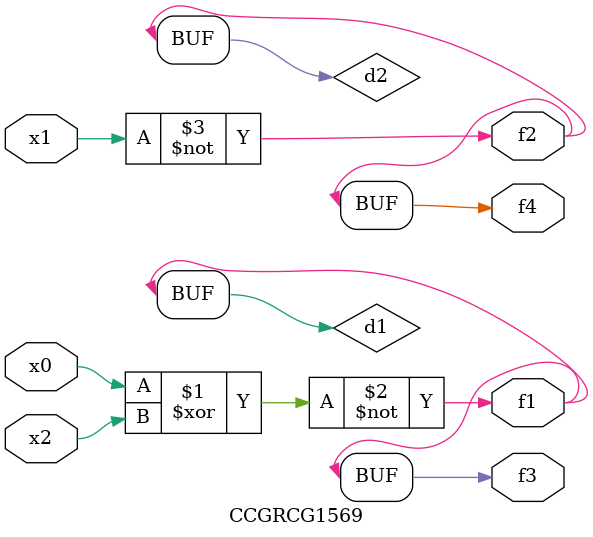
<source format=v>
module CCGRCG1569(
	input x0, x1, x2,
	output f1, f2, f3, f4
);

	wire d1, d2, d3;

	xnor (d1, x0, x2);
	nand (d2, x1);
	nor (d3, x1, x2);
	assign f1 = d1;
	assign f2 = d2;
	assign f3 = d1;
	assign f4 = d2;
endmodule

</source>
